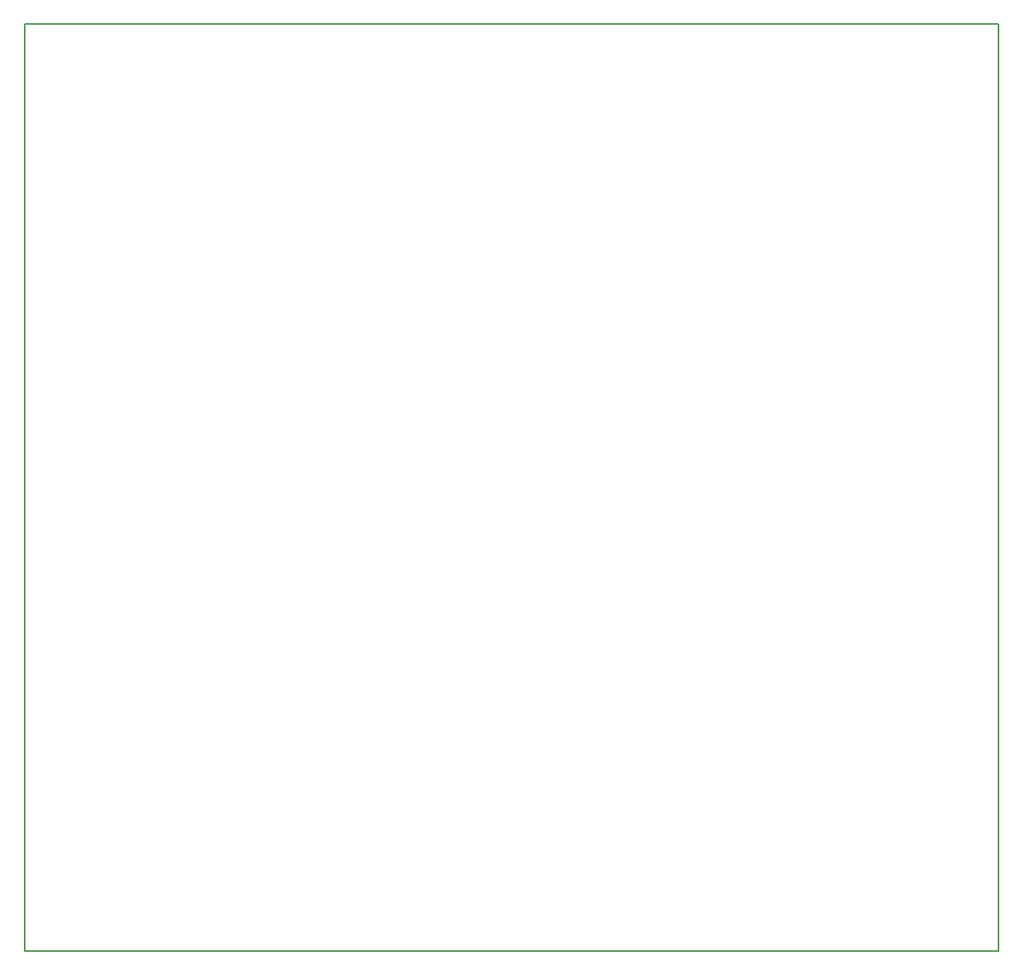
<source format=gm1>
G04 #@! TF.FileFunction,Profile,NP*
%FSLAX46Y46*%
G04 Gerber Fmt 4.6, Leading zero omitted, Abs format (unit mm)*
G04 Created by KiCad (PCBNEW 4.0.7) date 04/11/19 03:01:07*
%MOMM*%
%LPD*%
G01*
G04 APERTURE LIST*
%ADD10C,0.100000*%
%ADD11C,0.150000*%
G04 APERTURE END LIST*
D10*
D11*
X149860000Y-20320000D02*
X43180000Y-20320000D01*
X149860000Y-121920000D02*
X149860000Y-20320000D01*
X43180000Y-121920000D02*
X149860000Y-121920000D01*
X43180000Y-20320000D02*
X43180000Y-121920000D01*
M02*

</source>
